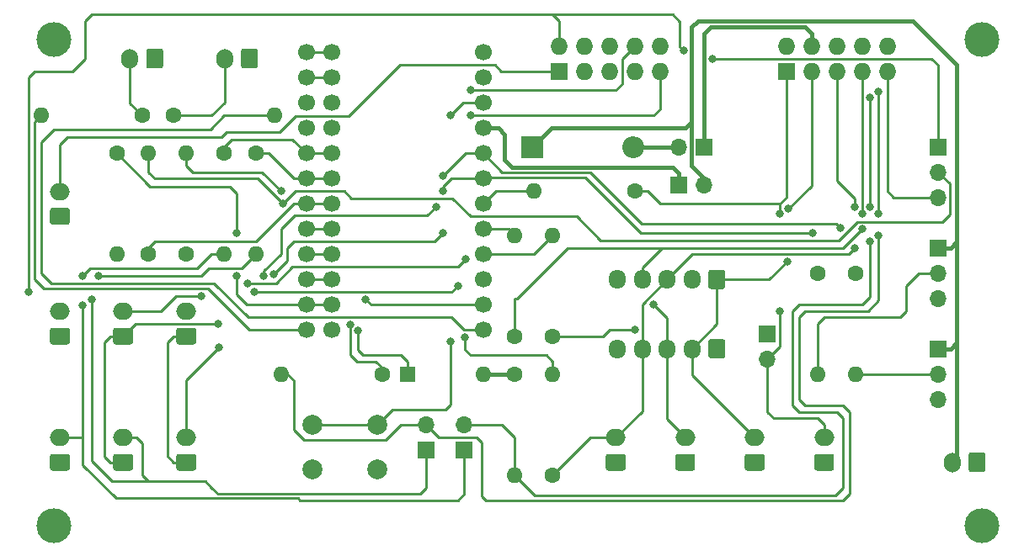
<source format=gtl>
G04 #@! TF.GenerationSoftware,KiCad,Pcbnew,(5.1.8)-1*
G04 #@! TF.CreationDate,2022-04-27T22:35:12+02:00*
G04 #@! TF.ProjectId,C64 Arcade,43363420-4172-4636-9164-652e6b696361,rev?*
G04 #@! TF.SameCoordinates,Original*
G04 #@! TF.FileFunction,Copper,L1,Top*
G04 #@! TF.FilePolarity,Positive*
%FSLAX46Y46*%
G04 Gerber Fmt 4.6, Leading zero omitted, Abs format (unit mm)*
G04 Created by KiCad (PCBNEW (5.1.8)-1) date 2022-04-27 22:35:12*
%MOMM*%
%LPD*%
G01*
G04 APERTURE LIST*
G04 #@! TA.AperFunction,ComponentPad*
%ADD10R,1.700000X1.700000*%
G04 #@! TD*
G04 #@! TA.AperFunction,ComponentPad*
%ADD11O,1.700000X1.700000*%
G04 #@! TD*
G04 #@! TA.AperFunction,ComponentPad*
%ADD12C,1.600000*%
G04 #@! TD*
G04 #@! TA.AperFunction,ComponentPad*
%ADD13O,1.600000X1.600000*%
G04 #@! TD*
G04 #@! TA.AperFunction,ComponentPad*
%ADD14O,1.700000X2.000000*%
G04 #@! TD*
G04 #@! TA.AperFunction,ComponentPad*
%ADD15O,1.700000X1.950000*%
G04 #@! TD*
G04 #@! TA.AperFunction,ComponentPad*
%ADD16O,2.000000X1.700000*%
G04 #@! TD*
G04 #@! TA.AperFunction,ComponentPad*
%ADD17C,1.700000*%
G04 #@! TD*
G04 #@! TA.AperFunction,ComponentPad*
%ADD18R,2.200000X2.200000*%
G04 #@! TD*
G04 #@! TA.AperFunction,ComponentPad*
%ADD19O,2.200000X2.200000*%
G04 #@! TD*
G04 #@! TA.AperFunction,ComponentPad*
%ADD20R,1.600000X1.600000*%
G04 #@! TD*
G04 #@! TA.AperFunction,ComponentPad*
%ADD21O,1.727200X1.727200*%
G04 #@! TD*
G04 #@! TA.AperFunction,ComponentPad*
%ADD22R,1.727200X1.727200*%
G04 #@! TD*
G04 #@! TA.AperFunction,ComponentPad*
%ADD23C,3.500000*%
G04 #@! TD*
G04 #@! TA.AperFunction,ComponentPad*
%ADD24C,2.000000*%
G04 #@! TD*
G04 #@! TA.AperFunction,ViaPad*
%ADD25C,0.800000*%
G04 #@! TD*
G04 #@! TA.AperFunction,Conductor*
%ADD26C,0.250000*%
G04 #@! TD*
G04 #@! TA.AperFunction,Conductor*
%ADD27C,0.381000*%
G04 #@! TD*
G04 APERTURE END LIST*
D10*
X207010000Y-100330000D03*
D11*
X209550000Y-100330000D03*
D10*
X215900000Y-115316000D03*
D11*
X215900000Y-117856000D03*
D12*
X153035000Y-93345000D03*
D13*
X142875000Y-93345000D03*
X166370000Y-93345000D03*
D12*
X156210000Y-93345000D03*
D11*
X185420000Y-124460000D03*
D10*
X185420000Y-127000000D03*
X181610000Y-127000000D03*
D11*
X181610000Y-124460000D03*
D14*
X151805000Y-87630000D03*
G04 #@! TA.AperFunction,ComponentPad*
G36*
G01*
X155155000Y-86880000D02*
X155155000Y-88380000D01*
G75*
G02*
X154905000Y-88630000I-250000J0D01*
G01*
X153705000Y-88630000D01*
G75*
G02*
X153455000Y-88380000I0J250000D01*
G01*
X153455000Y-86880000D01*
G75*
G02*
X153705000Y-86630000I250000J0D01*
G01*
X154905000Y-86630000D01*
G75*
G02*
X155155000Y-86880000I0J-250000D01*
G01*
G37*
G04 #@! TD.AperFunction*
G04 #@! TA.AperFunction,ComponentPad*
G36*
G01*
X164680000Y-86880000D02*
X164680000Y-88380000D01*
G75*
G02*
X164430000Y-88630000I-250000J0D01*
G01*
X163230000Y-88630000D01*
G75*
G02*
X162980000Y-88380000I0J250000D01*
G01*
X162980000Y-86880000D01*
G75*
G02*
X163230000Y-86630000I250000J0D01*
G01*
X164430000Y-86630000D01*
G75*
G02*
X164680000Y-86880000I0J-250000D01*
G01*
G37*
G04 #@! TD.AperFunction*
X161330000Y-87630000D03*
G04 #@! TA.AperFunction,ComponentPad*
G36*
G01*
X211670000Y-116115000D02*
X211670000Y-117565000D01*
G75*
G02*
X211420000Y-117815000I-250000J0D01*
G01*
X210220000Y-117815000D01*
G75*
G02*
X209970000Y-117565000I0J250000D01*
G01*
X209970000Y-116115000D01*
G75*
G02*
X210220000Y-115865000I250000J0D01*
G01*
X211420000Y-115865000D01*
G75*
G02*
X211670000Y-116115000I0J-250000D01*
G01*
G37*
G04 #@! TD.AperFunction*
D15*
X208320000Y-116840000D03*
X205820000Y-116840000D03*
X203320000Y-116840000D03*
X200820000Y-116840000D03*
D16*
X221615000Y-125770000D03*
G04 #@! TA.AperFunction,ComponentPad*
G36*
G01*
X222365000Y-129120000D02*
X220865000Y-129120000D01*
G75*
G02*
X220615000Y-128870000I0J250000D01*
G01*
X220615000Y-127670000D01*
G75*
G02*
X220865000Y-127420000I250000J0D01*
G01*
X222365000Y-127420000D01*
G75*
G02*
X222615000Y-127670000I0J-250000D01*
G01*
X222615000Y-128870000D01*
G75*
G02*
X222365000Y-129120000I-250000J0D01*
G01*
G37*
G04 #@! TD.AperFunction*
X207645000Y-125770000D03*
G04 #@! TA.AperFunction,ComponentPad*
G36*
G01*
X208395000Y-129120000D02*
X206895000Y-129120000D01*
G75*
G02*
X206645000Y-128870000I0J250000D01*
G01*
X206645000Y-127670000D01*
G75*
G02*
X206895000Y-127420000I250000J0D01*
G01*
X208395000Y-127420000D01*
G75*
G02*
X208645000Y-127670000I0J-250000D01*
G01*
X208645000Y-128870000D01*
G75*
G02*
X208395000Y-129120000I-250000J0D01*
G01*
G37*
G04 #@! TD.AperFunction*
G04 #@! TA.AperFunction,ComponentPad*
G36*
G01*
X215380000Y-129120000D02*
X213880000Y-129120000D01*
G75*
G02*
X213630000Y-128870000I0J250000D01*
G01*
X213630000Y-127670000D01*
G75*
G02*
X213880000Y-127420000I250000J0D01*
G01*
X215380000Y-127420000D01*
G75*
G02*
X215630000Y-127670000I0J-250000D01*
G01*
X215630000Y-128870000D01*
G75*
G02*
X215380000Y-129120000I-250000J0D01*
G01*
G37*
G04 #@! TD.AperFunction*
X214630000Y-125770000D03*
G04 #@! TA.AperFunction,ComponentPad*
G36*
G01*
X201410000Y-129120000D02*
X199910000Y-129120000D01*
G75*
G02*
X199660000Y-128870000I0J250000D01*
G01*
X199660000Y-127670000D01*
G75*
G02*
X199910000Y-127420000I250000J0D01*
G01*
X201410000Y-127420000D01*
G75*
G02*
X201660000Y-127670000I0J-250000D01*
G01*
X201660000Y-128870000D01*
G75*
G02*
X201410000Y-129120000I-250000J0D01*
G01*
G37*
G04 #@! TD.AperFunction*
X200660000Y-125770000D03*
X144780000Y-125770000D03*
G04 #@! TA.AperFunction,ComponentPad*
G36*
G01*
X145530000Y-129120000D02*
X144030000Y-129120000D01*
G75*
G02*
X143780000Y-128870000I0J250000D01*
G01*
X143780000Y-127670000D01*
G75*
G02*
X144030000Y-127420000I250000J0D01*
G01*
X145530000Y-127420000D01*
G75*
G02*
X145780000Y-127670000I0J-250000D01*
G01*
X145780000Y-128870000D01*
G75*
G02*
X145530000Y-129120000I-250000J0D01*
G01*
G37*
G04 #@! TD.AperFunction*
G04 #@! TA.AperFunction,ComponentPad*
G36*
G01*
X151880000Y-129120000D02*
X150380000Y-129120000D01*
G75*
G02*
X150130000Y-128870000I0J250000D01*
G01*
X150130000Y-127670000D01*
G75*
G02*
X150380000Y-127420000I250000J0D01*
G01*
X151880000Y-127420000D01*
G75*
G02*
X152130000Y-127670000I0J-250000D01*
G01*
X152130000Y-128870000D01*
G75*
G02*
X151880000Y-129120000I-250000J0D01*
G01*
G37*
G04 #@! TD.AperFunction*
X151130000Y-125770000D03*
G04 #@! TA.AperFunction,ComponentPad*
G36*
G01*
X158230000Y-129120000D02*
X156730000Y-129120000D01*
G75*
G02*
X156480000Y-128870000I0J250000D01*
G01*
X156480000Y-127670000D01*
G75*
G02*
X156730000Y-127420000I250000J0D01*
G01*
X158230000Y-127420000D01*
G75*
G02*
X158480000Y-127670000I0J-250000D01*
G01*
X158480000Y-128870000D01*
G75*
G02*
X158230000Y-129120000I-250000J0D01*
G01*
G37*
G04 #@! TD.AperFunction*
X157480000Y-125770000D03*
X144780000Y-113070000D03*
G04 #@! TA.AperFunction,ComponentPad*
G36*
G01*
X145530000Y-116420000D02*
X144030000Y-116420000D01*
G75*
G02*
X143780000Y-116170000I0J250000D01*
G01*
X143780000Y-114970000D01*
G75*
G02*
X144030000Y-114720000I250000J0D01*
G01*
X145530000Y-114720000D01*
G75*
G02*
X145780000Y-114970000I0J-250000D01*
G01*
X145780000Y-116170000D01*
G75*
G02*
X145530000Y-116420000I-250000J0D01*
G01*
G37*
G04 #@! TD.AperFunction*
G04 #@! TA.AperFunction,ComponentPad*
G36*
G01*
X151880000Y-116420000D02*
X150380000Y-116420000D01*
G75*
G02*
X150130000Y-116170000I0J250000D01*
G01*
X150130000Y-114970000D01*
G75*
G02*
X150380000Y-114720000I250000J0D01*
G01*
X151880000Y-114720000D01*
G75*
G02*
X152130000Y-114970000I0J-250000D01*
G01*
X152130000Y-116170000D01*
G75*
G02*
X151880000Y-116420000I-250000J0D01*
G01*
G37*
G04 #@! TD.AperFunction*
X151130000Y-113070000D03*
X157480000Y-113070000D03*
G04 #@! TA.AperFunction,ComponentPad*
G36*
G01*
X158230000Y-116420000D02*
X156730000Y-116420000D01*
G75*
G02*
X156480000Y-116170000I0J250000D01*
G01*
X156480000Y-114970000D01*
G75*
G02*
X156730000Y-114720000I250000J0D01*
G01*
X158230000Y-114720000D01*
G75*
G02*
X158480000Y-114970000I0J-250000D01*
G01*
X158480000Y-116170000D01*
G75*
G02*
X158230000Y-116420000I-250000J0D01*
G01*
G37*
G04 #@! TD.AperFunction*
D14*
X234482000Y-128270000D03*
G04 #@! TA.AperFunction,ComponentPad*
G36*
G01*
X237832000Y-127520000D02*
X237832000Y-129020000D01*
G75*
G02*
X237582000Y-129270000I-250000J0D01*
G01*
X236382000Y-129270000D01*
G75*
G02*
X236132000Y-129020000I0J250000D01*
G01*
X236132000Y-127520000D01*
G75*
G02*
X236382000Y-127270000I250000J0D01*
G01*
X237582000Y-127270000D01*
G75*
G02*
X237832000Y-127520000I0J-250000D01*
G01*
G37*
G04 #@! TD.AperFunction*
D10*
X209550000Y-96520000D03*
D11*
X207010000Y-96520000D03*
D17*
X172085000Y-114935000D03*
X172085000Y-112395000D03*
X172085000Y-109855000D03*
X172085000Y-107315000D03*
X172085000Y-104775000D03*
X172085000Y-102235000D03*
X172085000Y-99695000D03*
X172085000Y-97155000D03*
X172085000Y-94615000D03*
X172085000Y-92075000D03*
X172085000Y-89535000D03*
X172085000Y-86995000D03*
X169545000Y-89535000D03*
X169545000Y-92075000D03*
X169545000Y-94615000D03*
X169545000Y-97155000D03*
X169545000Y-99695000D03*
X169545000Y-102235000D03*
X169545000Y-104775000D03*
X169545000Y-107315000D03*
X169545000Y-109855000D03*
X169545000Y-112395000D03*
X169545000Y-114935000D03*
X187325000Y-114935000D03*
X187325000Y-112395000D03*
X187325000Y-109855000D03*
X187325000Y-107315000D03*
X187325000Y-104775000D03*
X187325000Y-102235000D03*
X187325000Y-99695000D03*
X187325000Y-97155000D03*
X187325000Y-94615000D03*
X187325000Y-92075000D03*
X187325000Y-89535000D03*
X187325000Y-86995000D03*
X169545000Y-86995000D03*
D18*
X192278000Y-96520000D03*
D19*
X202438000Y-96520000D03*
D20*
X179705000Y-119380000D03*
D13*
X187325000Y-119380000D03*
D21*
X205105000Y-86360000D03*
X202565000Y-86360000D03*
X200025000Y-86360000D03*
X197485000Y-86360000D03*
X194945000Y-86360000D03*
X205105000Y-88900000D03*
X202565000Y-88900000D03*
X200025000Y-88900000D03*
X197485000Y-88900000D03*
D22*
X194945000Y-88900000D03*
X217805000Y-88900000D03*
D21*
X220345000Y-88900000D03*
X222885000Y-88900000D03*
X225425000Y-88900000D03*
X227965000Y-88900000D03*
X217805000Y-86360000D03*
X220345000Y-86360000D03*
X222885000Y-86360000D03*
X225425000Y-86360000D03*
X227965000Y-86360000D03*
G04 #@! TA.AperFunction,ComponentPad*
G36*
G01*
X211670000Y-109130000D02*
X211670000Y-110580000D01*
G75*
G02*
X211420000Y-110830000I-250000J0D01*
G01*
X210220000Y-110830000D01*
G75*
G02*
X209970000Y-110580000I0J250000D01*
G01*
X209970000Y-109130000D01*
G75*
G02*
X210220000Y-108880000I250000J0D01*
G01*
X211420000Y-108880000D01*
G75*
G02*
X211670000Y-109130000I0J-250000D01*
G01*
G37*
G04 #@! TD.AperFunction*
D15*
X208320000Y-109855000D03*
X205820000Y-109855000D03*
X203320000Y-109855000D03*
X200820000Y-109855000D03*
D10*
X233045000Y-116840000D03*
D11*
X233045000Y-119380000D03*
X233045000Y-121920000D03*
D10*
X233045000Y-106680000D03*
D11*
X233045000Y-109220000D03*
X233045000Y-111760000D03*
X233045000Y-101600000D03*
X233045000Y-99060000D03*
D10*
X233045000Y-96520000D03*
D23*
X144145000Y-134620000D03*
X237490000Y-134620000D03*
X237490000Y-85725000D03*
X144145000Y-85725000D03*
D12*
X224790000Y-109220000D03*
D13*
X224790000Y-119380000D03*
D12*
X220980000Y-109220000D03*
D13*
X220980000Y-119380000D03*
X190500000Y-129540000D03*
D12*
X190500000Y-119380000D03*
D13*
X150495000Y-107315000D03*
D12*
X150495000Y-97155000D03*
X157480000Y-107315000D03*
D13*
X157480000Y-97155000D03*
D12*
X177165000Y-119380000D03*
D13*
X167005000Y-119380000D03*
X153670000Y-97155000D03*
D12*
X153670000Y-107315000D03*
X164465000Y-97155000D03*
D13*
X164465000Y-107315000D03*
X161290000Y-107315000D03*
D12*
X161290000Y-97155000D03*
D13*
X192405000Y-100965000D03*
D12*
X202565000Y-100965000D03*
X190500000Y-115570000D03*
D13*
X190500000Y-105410000D03*
X194310000Y-105410000D03*
D12*
X194310000Y-115570000D03*
X194310000Y-129540000D03*
D13*
X194310000Y-119380000D03*
D24*
X170180000Y-128960000D03*
X170180000Y-124460000D03*
X176680000Y-128960000D03*
X176680000Y-124460000D03*
G04 #@! TA.AperFunction,ComponentPad*
G36*
G01*
X145530000Y-104355000D02*
X144030000Y-104355000D01*
G75*
G02*
X143780000Y-104105000I0J250000D01*
G01*
X143780000Y-102905000D01*
G75*
G02*
X144030000Y-102655000I250000J0D01*
G01*
X145530000Y-102655000D01*
G75*
G02*
X145780000Y-102905000I0J-250000D01*
G01*
X145780000Y-104105000D01*
G75*
G02*
X145530000Y-104355000I-250000J0D01*
G01*
G37*
G04 #@! TD.AperFunction*
D16*
X144780000Y-101005000D03*
D25*
X210340500Y-87630000D03*
X141605000Y-111125014D03*
X207489500Y-86839484D03*
X227075995Y-90931995D03*
X227076000Y-103251000D03*
X227099994Y-105410000D03*
X226187000Y-91567000D03*
X226187000Y-102552500D03*
X226199987Y-106045000D03*
X225425000Y-103251000D03*
X225425000Y-104775000D03*
X204470000Y-112395000D03*
X224683105Y-102540355D03*
X224716011Y-106680000D03*
X218041299Y-102736905D03*
X217895000Y-108040010D03*
X202565000Y-114935000D03*
X217170000Y-103227663D03*
X217170000Y-113030000D03*
X184023004Y-116078004D03*
X184059990Y-93345020D03*
X183298000Y-100965000D03*
X183298000Y-105193000D03*
X166279990Y-109310010D03*
X220472000Y-105156000D03*
X160655000Y-114300000D03*
X183261000Y-99441000D03*
X182573000Y-102542000D03*
X223266000Y-104648000D03*
X165285839Y-109510990D03*
X186055000Y-90805000D03*
X184785000Y-110490000D03*
X159004000Y-111506000D03*
X164338000Y-111125000D03*
X186055000Y-93345000D03*
X185547000Y-107823000D03*
X163684994Y-110236000D03*
X162560000Y-109474000D03*
X162560000Y-105156000D03*
X173990000Y-114390000D03*
X174748836Y-115041284D03*
X175514000Y-111850000D03*
X167005000Y-100965000D03*
X185521739Y-115660000D03*
X147066000Y-112501284D03*
X147066000Y-109510990D03*
X147954997Y-111850003D03*
X148680000Y-109510988D03*
X160782004Y-116712996D03*
X167168990Y-102235000D03*
D26*
X212252798Y-87630000D02*
X210340500Y-87630000D01*
X232410000Y-87630000D02*
X212252798Y-87630000D01*
X233045000Y-88265000D02*
X232410000Y-87630000D01*
X233045000Y-96520000D02*
X233045000Y-88265000D01*
X141605000Y-89535000D02*
X141605000Y-111125014D01*
X142240000Y-88900000D02*
X141605000Y-89535000D01*
X146050000Y-88900000D02*
X142240000Y-88900000D01*
X147320000Y-87630000D02*
X146050000Y-88900000D01*
X194310000Y-83185000D02*
X147955000Y-83185000D01*
X194945000Y-83820000D02*
X194310000Y-83185000D01*
X147320000Y-83820000D02*
X147320000Y-87630000D01*
X147955000Y-83185000D02*
X147320000Y-83820000D01*
X194945000Y-86360000D02*
X194945000Y-83820000D01*
X207089501Y-86439485D02*
X207489500Y-86839484D01*
X207089501Y-83899501D02*
X207089501Y-86439485D01*
X206375000Y-83185000D02*
X207089501Y-83899501D01*
X194310000Y-83185000D02*
X206375000Y-83185000D01*
X181610000Y-124460000D02*
X180975000Y-124460000D01*
X177546000Y-125984000D02*
X179070000Y-124460000D01*
X179070000Y-124460000D02*
X181610000Y-124460000D01*
X167005000Y-119380000D02*
X167640000Y-119380000D01*
X167640000Y-119380000D02*
X168275000Y-120015000D01*
X168275000Y-124968000D02*
X169291000Y-125984000D01*
X169291000Y-125984000D02*
X177546000Y-125984000D01*
X168275000Y-120015000D02*
X168275000Y-124968000D01*
X227076000Y-90932000D02*
X227076000Y-103251000D01*
X227075995Y-90931995D02*
X227076000Y-90932000D01*
X187198000Y-126238000D02*
X187198000Y-131699000D01*
X186690000Y-125730000D02*
X187198000Y-126238000D01*
X182880000Y-125730000D02*
X186690000Y-125730000D01*
X181610000Y-124460000D02*
X182880000Y-125730000D01*
X187198000Y-131699000D02*
X187579000Y-132080000D01*
X223520000Y-132080000D02*
X224155000Y-131445000D01*
X187579000Y-132080000D02*
X223520000Y-132080000D01*
X224155000Y-131445000D02*
X224155000Y-123190000D01*
X224155000Y-123190000D02*
X223520000Y-122555000D01*
X223520000Y-122555000D02*
X219710000Y-122555000D01*
X219710000Y-122555000D02*
X219075000Y-121920000D01*
X219075000Y-121920000D02*
X219075000Y-113665000D01*
X219075000Y-113665000D02*
X219710000Y-113030000D01*
X226060000Y-113030000D02*
X227099994Y-111990006D01*
X219710000Y-113030000D02*
X226060000Y-113030000D01*
X227099994Y-111990006D02*
X227099994Y-105410000D01*
D27*
X233045000Y-116840000D02*
X234315000Y-116840000D01*
X234315000Y-116840000D02*
X234950000Y-116205000D01*
X234950000Y-116205000D02*
X234950000Y-107315000D01*
X234315000Y-106680000D02*
X233045000Y-106680000D01*
X234315000Y-106680000D02*
X234950000Y-106045000D01*
X234950000Y-106045000D02*
X234950000Y-107315000D01*
X208280000Y-84455000D02*
X208280000Y-93980000D01*
X208915000Y-83820000D02*
X208280000Y-84455000D01*
X230505000Y-83820000D02*
X208915000Y-83820000D01*
X234950000Y-88265000D02*
X230505000Y-83820000D01*
X234950000Y-106045000D02*
X234950000Y-88265000D01*
X234950000Y-127802000D02*
X234482000Y-128270000D01*
X234950000Y-116205000D02*
X234950000Y-127802000D01*
X192278000Y-96520000D02*
X192405000Y-96520000D01*
X194183000Y-94615000D02*
X192278000Y-96520000D01*
X207645000Y-94615000D02*
X194183000Y-94615000D01*
X208280000Y-93980000D02*
X207645000Y-94615000D01*
X209550000Y-99695000D02*
X209550000Y-100330000D01*
X208280000Y-98425000D02*
X209550000Y-99695000D01*
X208280000Y-93980000D02*
X208280000Y-98425000D01*
D26*
X185420000Y-124460000D02*
X184701000Y-124460000D01*
X189230000Y-124460000D02*
X190500000Y-125730000D01*
X185420000Y-124460000D02*
X189230000Y-124460000D01*
X190500000Y-129540000D02*
X190500000Y-125730000D01*
X226187000Y-91567000D02*
X226187000Y-102552500D01*
X223520000Y-130810000D02*
X222758000Y-131572000D01*
X222885000Y-123190000D02*
X223520000Y-123825000D01*
X222758000Y-131572000D02*
X192532000Y-131572000D01*
X219075000Y-123190000D02*
X222885000Y-123190000D01*
X218440000Y-113030000D02*
X218440000Y-122555000D01*
X223520000Y-123825000D02*
X223520000Y-130810000D01*
X219075000Y-112395000D02*
X218440000Y-113030000D01*
X225425000Y-112395000D02*
X219075000Y-112395000D01*
X192532000Y-131572000D02*
X190500000Y-129540000D01*
X226199987Y-111620013D02*
X225425000Y-112395000D01*
X218440000Y-122555000D02*
X219075000Y-123190000D01*
X226199987Y-106045000D02*
X226199987Y-111620013D01*
X233045000Y-101600000D02*
X228600000Y-101600000D01*
X227965000Y-100965000D02*
X227965000Y-88900000D01*
X228600000Y-101600000D02*
X227965000Y-100965000D01*
X225425000Y-88900000D02*
X225425000Y-103251000D01*
X205820000Y-123945000D02*
X207645000Y-125770000D01*
X205820000Y-116840000D02*
X205820000Y-123945000D01*
X223520000Y-106680000D02*
X225425000Y-104775000D01*
X205270000Y-106680000D02*
X223520000Y-106680000D01*
X203320000Y-108630000D02*
X205270000Y-106680000D01*
X203320000Y-109855000D02*
X203320000Y-108630000D01*
X190500000Y-111760000D02*
X190500000Y-115570000D01*
X190765018Y-111760000D02*
X190500000Y-111760000D01*
X195845018Y-106680000D02*
X190765018Y-111760000D01*
X205270000Y-106680000D02*
X195845018Y-106680000D01*
X205820000Y-113745000D02*
X204470000Y-112395000D01*
X205820000Y-116840000D02*
X205820000Y-113745000D01*
X203320000Y-123110000D02*
X200660000Y-125770000D01*
X203320000Y-119380000D02*
X203320000Y-123110000D01*
X203320000Y-119380000D02*
X203320000Y-116840000D01*
X198080000Y-125770000D02*
X194310000Y-129540000D01*
X200660000Y-125770000D02*
X198080000Y-125770000D01*
X222885000Y-99908790D02*
X224683105Y-101706895D01*
X222885000Y-88900000D02*
X222885000Y-99908790D01*
X224683105Y-101706895D02*
X224683105Y-102540355D01*
X224081011Y-107315000D02*
X224716011Y-106680000D01*
X208360000Y-107315000D02*
X224081011Y-107315000D01*
X205820000Y-109855000D02*
X208360000Y-107315000D01*
X203320000Y-112355000D02*
X203320000Y-116840000D01*
X205820000Y-109855000D02*
X203320000Y-112355000D01*
X220345000Y-88900000D02*
X220345000Y-89535000D01*
X208320000Y-119460000D02*
X214630000Y-125770000D01*
X208320000Y-116840000D02*
X208320000Y-119460000D01*
X210820000Y-114340000D02*
X208320000Y-116840000D01*
X210820000Y-109855000D02*
X210820000Y-114340000D01*
X220345000Y-99060000D02*
X220345000Y-88900000D01*
X220345000Y-100433204D02*
X218041299Y-102736905D01*
X220345000Y-99060000D02*
X220345000Y-100433204D01*
X210820000Y-109855000D02*
X216080010Y-109855000D01*
X216080010Y-109855000D02*
X217895000Y-108040010D01*
X194310000Y-115570000D02*
X199390000Y-115570000D01*
X199390000Y-115570000D02*
X200025000Y-114935000D01*
X200025000Y-114935000D02*
X202565000Y-114935000D01*
X221615000Y-124460000D02*
X221615000Y-125770000D01*
X220980000Y-123825000D02*
X221615000Y-124460000D01*
X215900000Y-123190000D02*
X216535000Y-123825000D01*
X216535000Y-123825000D02*
X220980000Y-123825000D01*
X215900000Y-117856000D02*
X215900000Y-123190000D01*
X202565000Y-100965000D02*
X203835000Y-100965000D01*
X203835000Y-100965000D02*
X205105000Y-102235000D01*
X205105000Y-102235000D02*
X217170000Y-102235000D01*
X217805000Y-101600000D02*
X217805000Y-88900000D01*
X217170000Y-102235000D02*
X217805000Y-101600000D01*
X217170000Y-103227663D02*
X217170000Y-102235000D01*
X217170000Y-116586000D02*
X217170000Y-113030000D01*
X215900000Y-117856000D02*
X217170000Y-116586000D01*
X225425000Y-119380000D02*
X224790000Y-120015000D01*
X233045000Y-119380000D02*
X225425000Y-119380000D01*
X231140000Y-109220000D02*
X233045000Y-109220000D01*
X229870000Y-110490000D02*
X231140000Y-109220000D01*
X229870000Y-113030000D02*
X229870000Y-110490000D01*
X229235000Y-113665000D02*
X229870000Y-113030000D01*
X221615000Y-113665000D02*
X229235000Y-113665000D01*
X220980000Y-114300000D02*
X221615000Y-113665000D01*
X220980000Y-119380000D02*
X220980000Y-114300000D01*
X169545000Y-89535000D02*
X172085000Y-89535000D01*
X169545000Y-86995000D02*
X172085000Y-86995000D01*
X174625000Y-124460000D02*
X173355000Y-124460000D01*
X173355000Y-124460000D02*
X170180000Y-124460000D01*
X175260000Y-124460000D02*
X174625000Y-124460000D01*
X176680000Y-124460000D02*
X175260000Y-124460000D01*
X176680000Y-124460000D02*
X178204000Y-122936000D01*
X178204000Y-122936000D02*
X183515000Y-122936000D01*
X183515000Y-122936000D02*
X184023004Y-122427996D01*
X184023004Y-122427996D02*
X184023004Y-116078004D01*
X187325000Y-92075000D02*
X185330010Y-92075000D01*
X185330010Y-92075000D02*
X184059990Y-93345020D01*
X151805000Y-92115000D02*
X153035000Y-93345000D01*
X151805000Y-87630000D02*
X151805000Y-92115000D01*
X161330000Y-87630000D02*
X161330000Y-92035000D01*
X160020000Y-93345000D02*
X156210000Y-93345000D01*
X161330000Y-92035000D02*
X160020000Y-93345000D01*
X169545000Y-102235000D02*
X172085000Y-102235000D01*
X168342919Y-102235000D02*
X164532919Y-106045000D01*
X169545000Y-102235000D02*
X168342919Y-102235000D01*
X153670000Y-107315000D02*
X153670000Y-106680000D01*
X153670000Y-106680000D02*
X154305000Y-106045000D01*
X164532919Y-106045000D02*
X154305000Y-106045000D01*
X169545000Y-97155000D02*
X172085000Y-97155000D01*
X162052000Y-95758000D02*
X168148000Y-95758000D01*
X161290000Y-96520000D02*
X162052000Y-95758000D01*
X168148000Y-95758000D02*
X169545000Y-97155000D01*
X161290000Y-97155000D02*
X161290000Y-96520000D01*
X172085000Y-99695000D02*
X169545000Y-99695000D01*
X165735000Y-97155000D02*
X168275000Y-99695000D01*
X164465000Y-97155000D02*
X165735000Y-97155000D01*
X168275000Y-99695000D02*
X169545000Y-99695000D01*
D27*
X202565000Y-96520000D02*
X207010000Y-96520000D01*
X187325000Y-119380000D02*
X190500000Y-119380000D01*
D26*
X156210000Y-128270000D02*
X157480000Y-128270000D01*
X155575000Y-127635000D02*
X156210000Y-128270000D01*
X155575000Y-116205000D02*
X155575000Y-127635000D01*
X156210000Y-115570000D02*
X155575000Y-116205000D01*
X157480000Y-115570000D02*
X156210000Y-115570000D01*
X184150000Y-99695000D02*
X187325000Y-99695000D01*
X183298000Y-100547000D02*
X184150000Y-99695000D01*
X183298000Y-100965000D02*
X183298000Y-100547000D01*
X182446000Y-106045000D02*
X168275000Y-106045000D01*
X183298000Y-105193000D02*
X182446000Y-106045000D01*
X213339020Y-105156000D02*
X220472000Y-105156000D01*
X203200000Y-105156000D02*
X213339020Y-105156000D01*
X197612000Y-99568000D02*
X203200000Y-105156000D01*
X187452000Y-99568000D02*
X197612000Y-99568000D01*
X187325000Y-99695000D02*
X187452000Y-99568000D01*
X166279990Y-109310010D02*
X167640000Y-107950000D01*
X167640000Y-107950000D02*
X167640000Y-106680000D01*
X168275000Y-106045000D02*
X167640000Y-106680000D01*
X149860000Y-115570000D02*
X151130000Y-115570000D01*
X149225000Y-116205000D02*
X149860000Y-115570000D01*
X149225000Y-127690010D02*
X149225000Y-116205000D01*
X149804990Y-128270000D02*
X149225000Y-127690010D01*
X151130000Y-128270000D02*
X149804990Y-128270000D01*
X152400000Y-114300000D02*
X160655000Y-114300000D01*
X151130000Y-115570000D02*
X152400000Y-114300000D01*
X187325000Y-97155000D02*
X185547000Y-97155000D01*
X185547000Y-97155000D02*
X183261000Y-99441000D01*
X222866001Y-104248001D02*
X223266000Y-104648000D01*
X203308001Y-104248001D02*
X222866001Y-104248001D01*
X198127510Y-99067510D02*
X203308001Y-104248001D01*
X189237510Y-99067510D02*
X198127510Y-99067510D01*
X187325000Y-97155000D02*
X189237510Y-99067510D01*
X165285839Y-109034161D02*
X165285839Y-109510990D01*
X167005000Y-104775000D02*
X167005000Y-107315000D01*
X168369999Y-103410001D02*
X167005000Y-104775000D01*
X181704999Y-103410001D02*
X168369999Y-103410001D01*
X167005000Y-107315000D02*
X165285839Y-109034161D01*
X182573000Y-102542000D02*
X181704999Y-103410001D01*
X168342919Y-114935000D02*
X169545000Y-114935000D01*
X163830000Y-114935000D02*
X168342919Y-114935000D01*
X159675999Y-110780999D02*
X163830000Y-114935000D01*
X143165999Y-110780999D02*
X159675999Y-110780999D01*
X142240000Y-109855000D02*
X143165999Y-110780999D01*
X142240000Y-93980000D02*
X142240000Y-109855000D01*
X142875000Y-93345000D02*
X142240000Y-93980000D01*
X184150000Y-113665000D02*
X185420000Y-114935000D01*
X160274000Y-110236000D02*
X163703000Y-113665000D01*
X143891000Y-110236000D02*
X160274000Y-110236000D01*
X163703000Y-113665000D02*
X184150000Y-113665000D01*
X142875000Y-109220000D02*
X143891000Y-110236000D01*
X144145000Y-94742000D02*
X142875000Y-96012000D01*
X159893000Y-94742000D02*
X144145000Y-94742000D01*
X185420000Y-114935000D02*
X187325000Y-114935000D01*
X161290000Y-93345000D02*
X159893000Y-94742000D01*
X142875000Y-96012000D02*
X142875000Y-109220000D01*
X166370000Y-93345000D02*
X161290000Y-93345000D01*
X200660000Y-90805000D02*
X186055000Y-90805000D01*
X201295000Y-90170000D02*
X200660000Y-90805000D01*
X201295000Y-87630000D02*
X202565000Y-86360000D01*
X201295000Y-90170000D02*
X201295000Y-87630000D01*
X184785000Y-110490000D02*
X184150000Y-111125000D01*
X164338000Y-111125000D02*
X184150000Y-111125000D01*
X154900000Y-113070000D02*
X156464000Y-111506000D01*
X151130000Y-113070000D02*
X154900000Y-113070000D01*
X156464000Y-111506000D02*
X159004000Y-111506000D01*
X169545000Y-107315000D02*
X172085000Y-107315000D01*
X186055000Y-93345000D02*
X204470000Y-93345000D01*
X205105000Y-92710000D02*
X205105000Y-88900000D01*
X204470000Y-93345000D02*
X205105000Y-92710000D01*
X168146589Y-108585000D02*
X166495589Y-110236000D01*
X166495589Y-110236000D02*
X163684994Y-110236000D01*
X184785000Y-108585000D02*
X168146589Y-108585000D01*
X185547000Y-107823000D02*
X184785000Y-108585000D01*
D27*
X209550000Y-96520000D02*
X209550000Y-85090000D01*
X209550000Y-85090000D02*
X210185000Y-84455000D01*
X210185000Y-84455000D02*
X219710000Y-84455000D01*
X220345000Y-85090000D02*
X220345000Y-86360000D01*
X219710000Y-84455000D02*
X220345000Y-85090000D01*
D26*
X169545000Y-112395000D02*
X172085000Y-112395000D01*
X169545000Y-112395000D02*
X163592499Y-112395000D01*
X163592499Y-112395000D02*
X162560000Y-111362501D01*
X162560000Y-111362501D02*
X162560000Y-109474000D01*
X162560000Y-105156000D02*
X162560000Y-101219000D01*
X161861500Y-100520500D02*
X153860500Y-100520500D01*
X162560000Y-101219000D02*
X161861500Y-100520500D01*
X150495000Y-97155000D02*
X153860500Y-100520500D01*
X169545000Y-109855000D02*
X172085000Y-109855000D01*
X177165000Y-119380000D02*
X177165000Y-118745000D01*
X177165000Y-118745000D02*
X176530000Y-118110000D01*
X174625000Y-118110000D02*
X173990000Y-117475000D01*
X176530000Y-118110000D02*
X174625000Y-118110000D01*
X173990000Y-117475000D02*
X173990000Y-114390000D01*
X169545000Y-104775000D02*
X172085000Y-104775000D01*
X179705000Y-119380000D02*
X179705000Y-118110000D01*
X179705000Y-118110000D02*
X179070000Y-117475000D01*
X179070000Y-117475000D02*
X175260000Y-117475000D01*
X174748836Y-116963836D02*
X174748836Y-115041284D01*
X175260000Y-117475000D02*
X174748836Y-116963836D01*
X176059000Y-112395000D02*
X175514000Y-111850000D01*
X187325000Y-112395000D02*
X176059000Y-112395000D01*
X157480000Y-98425000D02*
X158115000Y-99060000D01*
X157480000Y-97155000D02*
X157480000Y-98425000D01*
X158115000Y-99060000D02*
X165100000Y-99060000D01*
X165100000Y-99060000D02*
X167005000Y-100965000D01*
X185521739Y-115660000D02*
X185521739Y-116941739D01*
X185521739Y-116941739D02*
X186055000Y-117475000D01*
X186055000Y-117475000D02*
X193675000Y-117475000D01*
X194310000Y-118110000D02*
X194310000Y-119380000D01*
X193675000Y-117475000D02*
X194310000Y-118110000D01*
X192405000Y-107315000D02*
X194310000Y-105410000D01*
X187325000Y-107315000D02*
X192405000Y-107315000D01*
X189865000Y-104775000D02*
X190500000Y-105410000D01*
X187325000Y-104775000D02*
X189865000Y-104775000D01*
X188595000Y-100965000D02*
X187325000Y-102235000D01*
X192405000Y-100965000D02*
X188595000Y-100965000D01*
D27*
X207010000Y-99187000D02*
X207010000Y-100330000D01*
X206375000Y-98552000D02*
X207010000Y-99187000D01*
X190246000Y-98552000D02*
X206375000Y-98552000D01*
X189484000Y-97790000D02*
X190246000Y-98552000D01*
X189484000Y-95250000D02*
X189484000Y-97790000D01*
X188849000Y-94615000D02*
X189484000Y-95250000D01*
X187325000Y-94615000D02*
X188849000Y-94615000D01*
X207645000Y-109855000D02*
X208280000Y-109220000D01*
D26*
X168910000Y-132080000D02*
X168725010Y-131895010D01*
X168725010Y-131895010D02*
X150437010Y-131895010D01*
X185420000Y-131445000D02*
X184785000Y-132080000D01*
X184785000Y-132080000D02*
X168910000Y-132080000D01*
X185420000Y-127000000D02*
X185420000Y-131445000D01*
X147066000Y-125984000D02*
X147066000Y-128524000D01*
X150437010Y-131895010D02*
X147066000Y-128524000D01*
X147026000Y-125770000D02*
X147066000Y-125730000D01*
X144780000Y-125770000D02*
X147026000Y-125770000D01*
X147066000Y-125730000D02*
X147066000Y-112501284D01*
X147066000Y-125984000D02*
X147066000Y-125730000D01*
X147791004Y-108785986D02*
X147066000Y-109510990D01*
X158549014Y-108785986D02*
X147791004Y-108785986D01*
X160020000Y-107315000D02*
X158549014Y-108785986D01*
X161290000Y-107315000D02*
X160020000Y-107315000D01*
X152440000Y-125770000D02*
X151130000Y-125770000D01*
X153035000Y-126365000D02*
X152440000Y-125770000D01*
X153670000Y-130175000D02*
X153035000Y-129540000D01*
X158750000Y-130175000D02*
X153670000Y-130175000D01*
X153035000Y-129540000D02*
X153035000Y-126365000D01*
X159385000Y-130175000D02*
X158750000Y-130175000D01*
X180975000Y-131445000D02*
X160655000Y-131445000D01*
X181610000Y-130810000D02*
X180975000Y-131445000D01*
X181610000Y-127000000D02*
X181610000Y-130810000D01*
X160020000Y-130810000D02*
X159385000Y-130175000D01*
X160655000Y-131445000D02*
X160020000Y-130810000D01*
X147954997Y-128142997D02*
X147954997Y-111850003D01*
X149987000Y-130175000D02*
X147954997Y-128142997D01*
X153670000Y-130175000D02*
X149987000Y-130175000D01*
X163068000Y-108712000D02*
X164465000Y-107315000D01*
X159766000Y-108712000D02*
X163068000Y-108712000D01*
X158967012Y-109510988D02*
X159766000Y-108712000D01*
X148680000Y-109510988D02*
X158967012Y-109510988D01*
X157480000Y-125770000D02*
X157480000Y-120015000D01*
X157480000Y-120015000D02*
X160782004Y-116712996D01*
X233516001Y-104049999D02*
X224937005Y-104049999D01*
X224937005Y-104049999D02*
X223069004Y-105918000D01*
X184240001Y-101690001D02*
X174080001Y-101690001D01*
X234220001Y-103345999D02*
X233516001Y-104049999D01*
X223069004Y-105918000D02*
X199136000Y-105918000D01*
X196723000Y-103505000D02*
X186055000Y-103505000D01*
X174080001Y-101690001D02*
X173355000Y-100965000D01*
X233045000Y-99060000D02*
X234220001Y-100235001D01*
X234220001Y-100235001D02*
X234220001Y-103345999D01*
X168438990Y-100965000D02*
X167168990Y-102235000D01*
X199136000Y-105918000D02*
X196723000Y-103505000D01*
X173355000Y-100965000D02*
X168438990Y-100965000D01*
X186055000Y-103505000D02*
X184240001Y-101690001D01*
X164628990Y-99695000D02*
X167168990Y-102235000D01*
X154305000Y-99695000D02*
X164628990Y-99695000D01*
X153670000Y-99060000D02*
X154305000Y-99695000D01*
X153670000Y-97155000D02*
X153670000Y-99060000D01*
X145542000Y-95504000D02*
X144780000Y-96266000D01*
X161544000Y-94996000D02*
X161036000Y-95504000D01*
X166878000Y-94996000D02*
X161544000Y-94996000D01*
X168434001Y-93439999D02*
X166878000Y-94996000D01*
X173830999Y-93439999D02*
X168434001Y-93439999D01*
X179005998Y-88265000D02*
X173830999Y-93439999D01*
X188532002Y-88265000D02*
X179005998Y-88265000D01*
X161036000Y-95504000D02*
X145542000Y-95504000D01*
X189167002Y-88900000D02*
X188532002Y-88265000D01*
X144780000Y-96266000D02*
X144780000Y-101005000D01*
X194945000Y-88900000D02*
X189167002Y-88900000D01*
M02*

</source>
